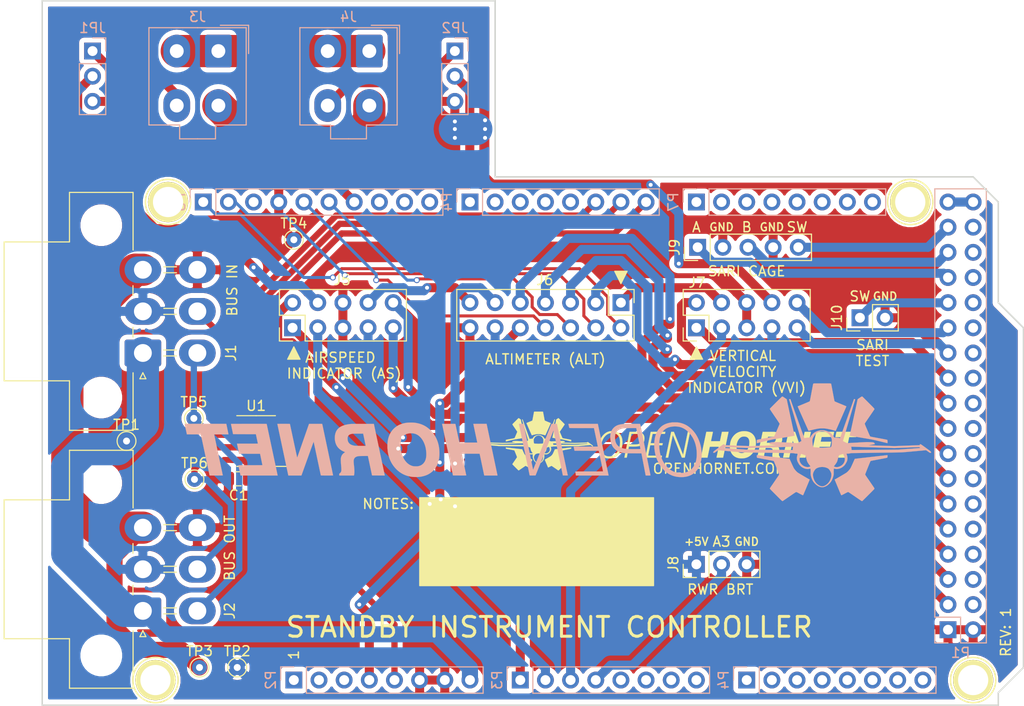
<source format=kicad_pcb>
(kicad_pcb (version 20171130) (host pcbnew "(5.1.9)-1")
  (title_block (date "mar. 31 mars 2015"))
  (layers (0 F.Cu signal) (31 B.Cu signal) (34 B.Paste user) (35 F.Paste user) (36 B.SilkS user) (37 F.SilkS user) (38 B.Mask user) (39 F.Mask user) (44 Edge.Cuts user))
  (net 0 "")
  (net 1 GND)
  (net 2 +5V)
  (net 3 +3V3)
  (net 4 +5VD)
  (net 5 /+12V_SUPPLY)
  (net 6 /+5V_SUPPLY)
  (net 7 /+3.3V_SUPPLY)
  (net 8 "/52(SCK)")
  (net 9 "/53(SS)")
  (net 10 "/50(MISO)")
  (net 11 "/51(MOSI)")
  (net 12 /48)
  (net 13 /49)
  (net 14 /46)
  (net 15 /47)
  (net 16 /44)
  (net 17 /45)
  (net 18 /42)
  (net 19 /43)
  (net 20 /40)
  (net 21 /41)
  (net 22 /38)
  (net 23 /39)
  (net 24 /36)
  (net 25 /37)
  (net 26 /34)
  (net 27 /35)
  (net 28 /32)
  (net 29 /33)
  (net 30 /30)
  (net 31 /31)
  (net 32 /28)
  (net 33 /29)
  (net 34 /26)
  (net 35 /27)
  (net 36 /24)
  (net 37 /25)
  (net 38 /22)
  (net 39 /23)
  (net 40 /Reset)
  (net 41 /IOREF)
  (net 42 "Net-(P2-Pad1)")
  (net 43 /A0)
  (net 44 /A1)
  (net 45 /A2)
  (net 46 /A3)
  (net 47 /A4)
  (net 48 /A5)
  (net 49 /A6)
  (net 50 /A7)
  (net 51 /A8)
  (net 52 /A9)
  (net 53 /A10)
  (net 54 /A11)
  (net 55 /A12)
  (net 56 /A13)
  (net 57 /A14)
  (net 58 /A15)
  (net 59 /SCL)
  (net 60 /SDA)
  (net 61 /AREF)
  (net 62 "/13(**)")
  (net 63 "/12(**)")
  (net 64 "/11(**)")
  (net 65 "/10(**)")
  (net 66 "/9(**)")
  (net 67 "/8(**)")
  (net 68 "/7(**)")
  (net 69 "/6(**)")
  (net 70 "/5(**)")
  (net 71 "/4(**)")
  (net 72 "/3(**)")
  (net 73 "/2(**)")
  (net 74 "/1(Tx0)")
  (net 75 "/0(Rx0)")
  (net 76 "/14(Tx3)")
  (net 77 "/15(Rx3)")
  (net 78 "/16(Tx2)")
  (net 79 "/17(Rx2)")
  (net 80 "/18(Tx1)")
  (net 81 "/19(Rx1)")
  (net 82 "/20(SDA)")
  (net 83 "/21(SCL)")
  (net 84 /BUS-A)
  (net 85 /BUS-B)
  (net 86 /LED_DOUT1)
  (net 87 /LED_DIN)
  (net 88 /LED_DOUT2)
  (net 89 /LED_DOUT)
  (net 90 /DATAIN)
  (net 91 /DATAOUT)
  (net 92 /LEDGND)
  (net 93 /LED+5V)
  (module Connector_PinHeader_2.54mm:PinHeader_1x03_P2.54mm_Vertical (layer B.Cu) (at 147.574 55.626 180)
    (fp_text reference JP2 (at 0 2.33) (layer B.SilkS) (effects (justify mirror)))
    (fp_text value BL_DOUT_SEL)
    (pad 3 thru_hole oval (at 0 -5.08 180) (size 1.7 1.7) (drill 1) (layers *.Cu *.Mask) (net 1 GND))
    (pad 2 thru_hole oval (at 0 -2.54 180) (size 1.7 1.7) (drill 1) (layers *.Cu *.Mask) (net 89 /LED_DOUT))
    (pad 1 thru_hole rect (at 0 0 180) (size 1.7 1.7) (drill 1) (layers *.Cu *.Mask) (net 91 /DATAOUT))
  )
  (module Connector_PinHeader_2.54mm:PinHeader_1x03_P2.54mm_Vertical (layer B.Cu) (at 110.998 55.626 180)
    (fp_text reference JP1 (at 0 2.33) (layer B.SilkS) (effects (justify mirror)))
    (fp_text value BL_DIN_SEL)
    (pad 3 thru_hole oval (at 0 -5.08 180) (size 1.7 1.7) (drill 1) (layers *.Cu *.Mask) (net 64 "/11(**)"))
    (pad 2 thru_hole oval (at 0 -2.54 180) (size 1.7 1.7) (drill 1) (layers *.Cu *.Mask) (net 87 /LED_DIN))
    (pad 1 thru_hole rect (at 0 0 180) (size 1.7 1.7) (drill 1) (layers *.Cu *.Mask) (net 90 /DATAIN))
  )
  (module Connector_PinHeader_2.54mm:PinHeader_1x02_P2.54mm_Vertical (layer F.Cu) (at 188.468 82.55 90)
    (fp_text reference J10 (at 0 -2.33 270) (layer F.SilkS))
    (fp_text value SARI_TEST)
    (pad 2 thru_hole oval (at 0 2.54 90) (size 1.7 1.7) (drill 1) (layers *.Cu *.Mask) (net 1 GND))
    (pad 1 thru_hole rect (at 0 0 90) (size 1.7 1.7) (drill 1) (layers *.Cu *.Mask) (net 32 /28))
  )
  (module Connector_PinHeader_2.54mm:PinHeader_1x05_P2.54mm_Vertical (layer F.Cu) (at 172.085 75.438 90)
    (fp_text reference J9 (at 0 -2.33 90) (layer F.SilkS))
    (fp_text value SARI_CAGE)
    (pad 5 thru_hole oval (at 0 10.16 90) (size 1.7 1.7) (drill 1) (layers *.Cu *.Mask) (net 38 /22))
    (pad 4 thru_hole oval (at 0 7.62 90) (size 1.7 1.7) (drill 1) (layers *.Cu *.Mask) (net 1 GND))
    (pad 3 thru_hole oval (at 0 5.08 90) (size 1.7 1.7) (drill 1) (layers *.Cu *.Mask) (net 36 /24))
    (pad 2 thru_hole oval (at 0 2.54 90) (size 1.7 1.7) (drill 1) (layers *.Cu *.Mask) (net 1 GND))
    (pad 1 thru_hole rect (at 0 0 90) (size 1.7 1.7) (drill 1) (layers *.Cu *.Mask) (net 34 /26))
  )
  (module Connector_PinHeader_2.54mm:PinHeader_1x03_P2.54mm_Vertical (layer F.Cu) (at 171.958 107.442 90)
    (fp_text reference J8 (at 0 -2.33 90) (layer F.SilkS))
    (fp_text value RWR_BRT)
    (pad 3 thru_hole oval (at 0 5.08 90) (size 1.7 1.7) (drill 1) (layers *.Cu *.Mask) (net 1 GND))
    (pad 2 thru_hole oval (at 0 2.54 90) (size 1.7 1.7) (drill 1) (layers *.Cu *.Mask) (net 46 /A3))
    (pad 1 thru_hole rect (at 0 0 90) (size 1.7 1.7) (drill 1) (layers *.Cu *.Mask) (net 6 /+5V_SUPPLY))
  )
  (module Connector_PinHeader_2.54mm:PinHeader_2x05_P2.54mm_Vertical (layer F.Cu) (at 171.958 83.566 90)
    (fp_text reference J7 (at 4.572 1.016 180) (layer F.SilkS) (effects (justify right)))
    (fp_text value VVI)
    (pad 10 thru_hole oval (at 2.54 10.16 90) (size 1.7 1.7) (drill 1) (layers *.Cu *.Mask) (net 30 /30))
    (pad 9 thru_hole oval (at 0 10.16 90) (size 1.7 1.7) (drill 1) (layers *.Cu *.Mask) (net 28 /32))
    (pad 8 thru_hole oval (at 2.54 7.62 90) (size 1.7 1.7) (drill 1) (layers *.Cu *.Mask) (net 89 /LED_DOUT))
    (pad 7 thru_hole oval (at 0 7.62 90) (size 1.7 1.7) (drill 1) (layers *.Cu *.Mask) (net 6 /+5V_SUPPLY))
    (pad 6 thru_hole oval (at 2.54 5.08 90) (size 1.7 1.7) (drill 1) (layers *.Cu *.Mask) (net 1 GND))
    (pad 5 thru_hole oval (at 0 5.08 90) (size 1.7 1.7) (drill 1) (layers *.Cu *.Mask) (net 1 GND))
    (pad 4 thru_hole oval (at 2.54 2.54 90) (size 1.7 1.7) (drill 1) (layers *.Cu *.Mask) (net 88 /LED_DOUT2))
    (pad 3 thru_hole oval (at 0 2.54 90) (size 1.7 1.7) (drill 1) (layers *.Cu *.Mask) (net 45 /A2))
    (pad 2 thru_hole oval (at 2.54 0 90) (size 1.7 1.7) (drill 1) (layers *.Cu *.Mask) (net 24 /36))
    (pad 1 thru_hole rect (at 0 0 90) (size 1.7 1.7) (drill 1) (layers *.Cu *.Mask) (net 26 /34))
  )
  (module Connector_PinHeader_2.54mm:PinHeader_2x07_P2.54mm_Vertical (layer F.Cu) (at 164.338 81.026 270)
    (fp_text reference J6 (at -2.286 8.636 180) (layer F.SilkS) (effects (justify left)))
    (fp_text value ALTIMETER)
    (pad 14 thru_hole oval (at 2.54 15.24 270) (size 1.7 1.7) (drill 1) (layers *.Cu *.Mask) (net 1 GND))
    (pad 13 thru_hole oval (at 0 15.24 270) (size 1.7 1.7) (drill 1) (layers *.Cu *.Mask) (net 86 /LED_DOUT1))
    (pad 12 thru_hole oval (at 2.54 12.7 270) (size 1.7 1.7) (drill 1) (layers *.Cu *.Mask) (net 6 /+5V_SUPPLY))
    (pad 11 thru_hole oval (at 0 12.7 270) (size 1.7 1.7) (drill 1) (layers *.Cu *.Mask) (net 44 /A1))
    (pad 10 thru_hole oval (at 2.54 10.16 270) (size 1.7 1.7) (drill 1) (layers *.Cu *.Mask) (net 3 +3V3))
    (pad 9 thru_hole oval (at 0 10.16 270) (size 1.7 1.7) (drill 1) (layers *.Cu *.Mask) (net 16 /44))
    (pad 8 thru_hole oval (at 2.54 7.62 270) (size 1.7 1.7) (drill 1) (layers *.Cu *.Mask) (net 62 "/13(**)"))
    (pad 7 thru_hole oval (at 0 7.62 270) (size 1.7 1.7) (drill 1) (layers *.Cu *.Mask) (net 18 /42))
    (pad 6 thru_hole oval (at 2.54 5.08 270) (size 1.7 1.7) (drill 1) (layers *.Cu *.Mask) (net 63 "/12(**)"))
    (pad 5 thru_hole oval (at 0 5.08 270) (size 1.7 1.7) (drill 1) (layers *.Cu *.Mask) (net 20 /40))
    (pad 4 thru_hole oval (at 2.54 2.54 270) (size 1.7 1.7) (drill 1) (layers *.Cu *.Mask) (net 60 /SDA))
    (pad 3 thru_hole oval (at 0 2.54 270) (size 1.7 1.7) (drill 1) (layers *.Cu *.Mask) (net 22 /38))
    (pad 2 thru_hole oval (at 2.54 0 270) (size 1.7 1.7) (drill 1) (layers *.Cu *.Mask) (net 59 /SCL))
    (pad 1 thru_hole rect (at 0 0 270) (size 1.7 1.7) (drill 1) (layers *.Cu *.Mask) (net 88 /LED_DOUT2))
  )
  (module Connector_PinHeader_2.54mm:PinHeader_2x05_P2.54mm_Vertical (layer F.Cu) (at 131.191 83.566 90)
    (fp_text reference J5 (at 4.826 5.969 180) (layer F.SilkS) (effects (justify right)))
    (fp_text value AIRSPEED)
    (pad 10 thru_hole oval (at 2.54 10.16 90) (size 1.7 1.7) (drill 1) (layers *.Cu *.Mask) (net 14 /46))
    (pad 9 thru_hole oval (at 0 10.16 90) (size 1.7 1.7) (drill 1) (layers *.Cu *.Mask) (net 12 /48))
    (pad 8 thru_hole oval (at 2.54 7.62 90) (size 1.7 1.7) (drill 1) (layers *.Cu *.Mask) (net 86 /LED_DOUT1))
    (pad 7 thru_hole oval (at 0 7.62 90) (size 1.7 1.7) (drill 1) (layers *.Cu *.Mask) (net 6 /+5V_SUPPLY))
    (pad 6 thru_hole oval (at 2.54 5.08 90) (size 1.7 1.7) (drill 1) (layers *.Cu *.Mask) (net 1 GND))
    (pad 5 thru_hole oval (at 0 5.08 90) (size 1.7 1.7) (drill 1) (layers *.Cu *.Mask) (net 1 GND))
    (pad 4 thru_hole oval (at 2.54 2.54 90) (size 1.7 1.7) (drill 1) (layers *.Cu *.Mask) (net 87 /LED_DIN))
    (pad 3 thru_hole oval (at 0 2.54 90) (size 1.7 1.7) (drill 1) (layers *.Cu *.Mask) (net 43 /A0))
    (pad 2 thru_hole oval (at 2.54 0 90) (size 1.7 1.7) (drill 1) (layers *.Cu *.Mask) (net 8 "/52(SCK)"))
    (pad 1 thru_hole rect (at 0 0 90) (size 1.7 1.7) (drill 1) (layers *.Cu *.Mask) (net 10 "/50(MISO)"))
  )
  (module Connector_Molex:Molex_Mini-Fit_Jr_5566-04A_2x02_P4.20mm_Vertical (layer B.Cu) (at 138.938 55.626 180)
    (fp_text reference J4 (at 2.1 3.45) (layer B.SilkS) (effects (justify mirror)))
    (fp_text value "BL OUT")
    (pad 4 thru_hole oval (at 4.2 -5.5 180) (size 2.7 3.3) (drill 1.4) (layers *.Cu *.Mask) (net 91 /DATAOUT))
    (pad 3 thru_hole oval (at 0 -5.5 180) (size 2.7 3.3) (drill 1.4) (layers *.Cu *.Mask) (net 92 /LEDGND))
    (pad 2 thru_hole oval (at 4.2 0 180) (size 2.7 3.3) (drill 1.4) (layers *.Cu *.Mask) (net 93 /LED+5V))
    (pad 1 thru_hole roundrect (at 0 0 180) (size 2.7 3.3) (drill 1.4) (layers *.Cu *.Mask) (roundrect_rratio 0.09259296296296296) (net 93 /LED+5V))
  )
  (module Connector_Molex:Molex_Mini-Fit_Jr_5566-04A_2x02_P4.20mm_Vertical (layer B.Cu) (at 123.698 55.626 180)
    (fp_text reference J3 (at 2.1 3.45) (layer B.SilkS) (effects (justify mirror)))
    (fp_text value "BL IN")
    (pad 4 thru_hole oval (at 4.2 -5.5 180) (size 2.7 3.3) (drill 1.4) (layers *.Cu *.Mask) (net 90 /DATAIN))
    (pad 3 thru_hole oval (at 0 -5.5 180) (size 2.7 3.3) (drill 1.4) (layers *.Cu *.Mask) (net 92 /LEDGND))
    (pad 2 thru_hole oval (at 4.2 0 180) (size 2.7 3.3) (drill 1.4) (layers *.Cu *.Mask) (net 93 /LED+5V))
    (pad 1 thru_hole roundrect (at 0 0 180) (size 2.7 3.3) (drill 1.4) (layers *.Cu *.Mask) (roundrect_rratio 0.09259296296296296) (net 93 /LED+5V))
  )
  (module Connector_PinHeader_2.54mm:PinHeader_2x18_P2.54mm_Vertical (layer B.Cu) (at 197.358 114.046)
    (fp_text reference P1 (at 1.27 2.33) (layer B.SilkS) (effects (justify mirror)))
    (fp_text value Digital)
    (pad 1 thru_hole rect (at 0 0) (size 1.7 1.7) (drill 1) (layers *.Cu *.Mask) (net 1 GND))
    (pad 2 thru_hole oval (at 2.54 0) (size 1.7 1.7) (drill 1) (layers *.Cu *.Mask) (net 1 GND))
    (pad 3 thru_hole oval (at 0 -2.54) (size 1.7 1.7) (drill 1) (layers *.Cu *.Mask) (net 8 "/52(SCK)"))
    (pad 4 thru_hole oval (at 2.54 -2.54) (size 1.7 1.7) (drill 1) (layers *.Cu *.Mask) (net 9 "/53(SS)"))
    (pad 5 thru_hole oval (at 0 -5.08) (size 1.7 1.7) (drill 1) (layers *.Cu *.Mask) (net 10 "/50(MISO)"))
    (pad 6 thru_hole oval (at 2.54 -5.08) (size 1.7 1.7) (drill 1) (layers *.Cu *.Mask) (net 11 "/51(MOSI)"))
    (pad 7 thru_hole oval (at 0 -7.62) (size 1.7 1.7) (drill 1) (layers *.Cu *.Mask) (net 12 /48))
    (pad 8 thru_hole oval (at 2.54 -7.62) (size 1.7 1.7) (drill 1) (layers *.Cu *.Mask) (net 13 /49))
    (pad 9 thru_hole oval (at 0 -10.16) (size 1.7 1.7) (drill 1) (layers *.Cu *.Mask) (net 14 /46))
    (pad 10 thru_hole oval (at 2.54 -10.16) (size 1.7 1.7) (drill 1) (layers *.Cu *.Mask) (net 15 /47))
    (pad 11 thru_hole oval (at 0 -12.7) (size 1.7 1.7) (drill 1) (layers *.Cu *.Mask) (net 16 /44))
    (pad 12 thru_hole oval (at 2.54 -12.7) (size 1.7 1.7) (drill 1) (layers *.Cu *.Mask) (net 17 /45))
    (pad 13 thru_hole oval (at 0 -15.24) (size 1.7 1.7) (drill 1) (layers *.Cu *.Mask) (net 18 /42))
    (pad 14 thru_hole oval (at 2.54 -15.24) (size 1.7 1.7) (drill 1) (layers *.Cu *.Mask) (net 19 /43))
    (pad 15 thru_hole oval (at 0 -17.78) (size 1.7 1.7) (drill 1) (layers *.Cu *.Mask) (net 20 /40))
    (pad 16 thru_hole oval (at 2.54 -17.78) (size 1.7 1.7) (drill 1) (layers *.Cu *.Mask) (net 21 /41))
    (pad 17 thru_hole oval (at 0 -20.32) (size 1.7 1.7) (drill 1) (layers *.Cu *.Mask) (net 22 /38))
    (pad 18 thru_hole oval (at 2.54 -20.32) (size 1.7 1.7) (drill 1) (layers *.Cu *.Mask) (net 23 /39))
    (pad 19 thru_hole oval (at 0 -22.86) (size 1.7 1.7) (drill 1) (layers *.Cu *.Mask) (net 24 /36))
    (pad 20 thru_hole oval (at 2.54 -22.86) (size 1.7 1.7) (drill 1) (layers *.Cu *.Mask) (net 25 /37))
    (pad 21 thru_hole oval (at 0 -25.4) (size 1.7 1.7) (drill 1) (layers *.Cu *.Mask) (net 26 /34))
    (pad 22 thru_hole oval (at 2.54 -25.4) (size 1.7 1.7) (drill 1) (layers *.Cu *.Mask) (net 27 /35))
    (pad 23 thru_hole oval (at 0 -27.94) (size 1.7 1.7) (drill 1) (layers *.Cu *.Mask) (net 28 /32))
    (pad 24 thru_hole oval (at 2.54 -27.94) (size 1.7 1.7) (drill 1) (layers *.Cu *.Mask) (net 29 /33))
    (pad 25 thru_hole oval (at 0 -30.48) (size 1.7 1.7) (drill 1) (layers *.Cu *.Mask) (net 30 /30))
    (pad 26 thru_hole oval (at 2.54 -30.48) (size 1.7 1.7) (drill 1) (layers *.Cu *.Mask) (net 31 /31))
    (pad 27 thru_hole oval (at 0 -33.02) (size 1.7 1.7) (drill 1) (layers *.Cu *.Mask) (net 32 /28))
    (pad 28 thru_hole oval (at 2.54 -33.02) (size 1.7 1.7) (drill 1) (layers *.Cu *.Mask) (net 33 /29))
    (pad 29 thru_hole oval (at 0 -35.56) (size 1.7 1.7) (drill 1) (layers *.Cu *.Mask) (net 34 /26))
    (pad 30 thru_hole oval (at 2.54 -35.56) (size 1.7 1.7) (drill 1) (layers *.Cu *.Mask) (net 35 /27))
    (pad 31 thru_hole oval (at 0 -38.1) (size 1.7 1.7) (drill 1) (layers *.Cu *.Mask) (net 36 /24))
    (pad 32 thru_hole oval (at 2.54 -38.1) (size 1.7 1.7) (drill 1) (layers *.Cu *.Mask) (net 37 /25))
    (pad 33 thru_hole oval (at 0 -40.64) (size 1.7 1.7) (drill 1) (layers *.Cu *.Mask) (net 38 /22))
    (pad 34 thru_hole oval (at 2.54 -40.64) (size 1.7 1.7) (drill 1) (layers *.Cu *.Mask) (net 39 /23))
    (pad 35 thru_hole oval (at 0 -43.18) (size 1.7 1.7) (drill 1) (layers *.Cu *.Mask) (net 4 +5VD))
    (pad 36 thru_hole oval (at 2.54 -43.18) (size 1.7 1.7) (drill 1) (layers *.Cu *.Mask) (net 4 +5VD))
  )
  (module Connector_PinHeader_2.54mm:PinHeader_1x10_P2.54mm_Vertical (layer B.Cu) (at 122.174 70.866 270)
    (fp_text reference P5 (at 0 2.33 270) (layer B.SilkS) (effects (justify mirror)))
    (fp_text value PWM)
    (pad 1 thru_hole rect (at 0 0 270) (size 1.7 1.7) (drill 1) (layers *.Cu *.Mask) (net 59 /SCL))
    (pad 2 thru_hole oval (at 0 -2.54 270) (size 1.7 1.7) (drill 1) (layers *.Cu *.Mask) (net 60 /SDA))
    (pad 3 thru_hole oval (at 0 -5.08 270) (size 1.7 1.7) (drill 1) (layers *.Cu *.Mask) (net 61 /AREF))
    (pad 4 thru_hole oval (at 0 -7.62 270) (size 1.7 1.7) (drill 1) (layers *.Cu *.Mask) (net 1 GND))
    (pad 5 thru_hole oval (at 0 -10.16 270) (size 1.7 1.7) (drill 1) (layers *.Cu *.Mask) (net 62 "/13(**)"))
    (pad 6 thru_hole oval (at 0 -12.7 270) (size 1.7 1.7) (drill 1) (layers *.Cu *.Mask) (net 63 "/12(**)"))
    (pad 7 thru_hole oval (at 0 -15.24 270) (size 1.7 1.7) (drill 1) (layers *.Cu *.Mask) (net 64 "/11(**)"))
    (pad 8 thru_hole oval (at 0 -17.78 270) (size 1.7 1.7) (drill 1) (layers *.Cu *.Mask) (net 65 "/10(**)"))
    (pad 9 thru_hole oval (at 0 -20.32 270) (size 1.7 1.7) (drill 1) (layers *.Cu *.Mask) (net 66 "/9(**)"))
    (pad 10 thru_hole oval (at 0 -22.86 270) (size 1.7 1.7) (drill 1) (layers *.Cu *.Mask) (net 67 "/8(**)"))
  )
  (module Connector_PinHeader_2.54mm:PinHeader_1x08_P2.54mm_Vertical (layer B.Cu) (at 171.958 70.866 270)
    (fp_text reference P7 (at 0 2.33 270) (layer B.SilkS) (effects (justify mirror)))
    (fp_text value Communication)
    (pad 8 thru_hole oval (at 0 -17.78 270) (size 1.7 1.7) (drill 1) (layers *.Cu *.Mask) (net 83 "/21(SCL)"))
    (pad 7 thru_hole oval (at 0 -15.24 270) (size 1.7 1.7) (drill 1) (layers *.Cu *.Mask) (net 82 "/20(SDA)"))
    (pad 6 thru_hole oval (at 0 -12.7 270) (size 1.7 1.7) (drill 1) (layers *.Cu *.Mask) (net 81 "/19(Rx1)"))
    (pad 5 thru_hole oval (at 0 -10.16 270) (size 1.7 1.7) (drill 1) (layers *.Cu *.Mask) (net 80 "/18(Tx1)"))
    (pad 4 thru_hole oval (at 0 -7.62 270) (size 1.7 1.7) (drill 1) (layers *.Cu *.Mask) (net 79 "/17(Rx2)"))
    (pad 3 thru_hole oval (at 0 -5.08 270) (size 1.7 1.7) (drill 1) (layers *.Cu *.Mask) (net 78 "/16(Tx2)"))
    (pad 2 thru_hole oval (at 0 -2.54 270) (size 1.7 1.7) (drill 1) (layers *.Cu *.Mask) (net 77 "/15(Rx3)"))
    (pad 1 thru_hole rect (at 0 0 270) (size 1.7 1.7) (drill 1) (layers *.Cu *.Mask) (net 76 "/14(Tx3)"))
  )
  (module KiCAD_Libraries:OH_LOGO_75.4mm_11.9mm (layer B.Cu) (at 157.988 95.123 180)
    (fp_text reference G*** hide)
    (fp_text value LOGO hide)
  )
  (module KiCAD_Libraries:OH_LOGO_37.7mm_5.9mm (layer F.Cu) (at 169.3545 94.996)
    (fp_text reference G*** hide)
    (fp_text value LOGO hide)
  )
  (module Connector_Molex:Molex_Mini-Fit_Jr_5569-06A1_2x03_P4.20mm_Horizontal (layer F.Cu) (at 116.078 86.106 90)
    (fp_text reference J1 (at 0 8.89 90) (layer F.SilkS))
    (fp_text value "BUS IN" (at 6.35 9.017 90) (layer F.SilkS))
    (pad 1 thru_hole roundrect (at 0 0 90) (size 2.7 3.7) (drill 1.8) (layers *.Cu *.Mask) (roundrect_rratio 0.09259296296296296) (net 5 /+12V_SUPPLY))
    (pad 2 thru_hole oval (at 4.2 0 90) (size 2.7 3.7) (drill 1.8) (layers *.Cu *.Mask) (net 6 /+5V_SUPPLY))
    (pad 3 thru_hole oval (at 8.4 0 90) (size 2.7 3.7) (drill 1.8) (layers *.Cu *.Mask) (net 7 /+3.3V_SUPPLY))
    (pad 4 thru_hole oval (at 0 5.5 90) (size 2.7 3.7) (drill 1.8) (layers *.Cu *.Mask) (net 84 /BUS-A))
    (pad 5 thru_hole oval (at 4.2 5.5 90) (size 2.7 3.7) (drill 1.8) (layers *.Cu *.Mask) (net 85 /BUS-B))
    (pad 6 thru_hole oval (at 8.4 5.5 90) (size 2.7 3.7) (drill 1.8) (layers *.Cu *.Mask) (net 1 GND))
    (pad "" np_thru_hole circle (at -4.5 -4.2 90) (size 3.2 3.2) (drill 3.2) (layers *.Cu *.Mask))
    (pad "" np_thru_hole circle (at 12.9 -4.2 90) (size 3.2 3.2) (drill 3.2) (layers *.Cu *.Mask))
  )
  (module Socket_Arduino_Mega:Arduino_1pin (layer F.Cu) (at 117.348 119.126)
    (fp_text reference MK1 hide)
    (fp_text value MH hide)
    (pad 1 thru_hole circle (at 0 0) (size 4.064 4.064) (drill 3.048) (layers *.Cu *.Mask F.SilkS))
  )
  (module Socket_Arduino_Mega:Arduino_1pin (layer F.Cu) (at 199.898 119.126)
    (fp_text reference MK3 hide)
    (fp_text value MH hide)
    (pad 1 thru_hole circle (at 0 0) (size 4.064 4.064) (drill 3.048) (layers *.Cu *.Mask F.SilkS))
  )
  (module Socket_Arduino_Mega:Arduino_1pin (layer F.Cu) (at 118.618 70.866)
    (fp_text reference MK4 hide)
    (fp_text value MH hide)
    (pad 1 thru_hole circle (at 0 0) (size 4.064 4.064) (drill 3.048) (layers *.Cu *.Mask F.SilkS))
  )
  (module Socket_Arduino_Mega:Arduino_1pin (layer F.Cu) (at 193.548 70.866)
    (fp_text reference MK4 hide)
    (fp_text value MH hide)
    (pad 1 thru_hole circle (at 0 0) (size 4.064 4.064) (drill 3.048) (layers *.Cu *.Mask F.SilkS))
  )
  (module Connector_PinHeader_2.54mm:PinHeader_1x08_P2.54mm_Vertical (layer B.Cu) (at 131.318 119.126 270)
    (fp_text reference P2 (at 0 2.33 270) (layer B.SilkS) (effects (justify mirror)))
    (fp_text value Power)
    (pad 1 thru_hole rect (at 0 0 270) (size 1.7 1.7) (drill 1) (layers *.Cu *.Mask) (net 42 "Net-(P2-Pad1)"))
    (pad 2 thru_hole oval (at 0 -2.54 270) (size 1.7 1.7) (drill 1) (layers *.Cu *.Mask) (net 41 /IOREF))
    (pad 3 thru_hole oval (at 0 -5.08 270) (size 1.7 1.7) (drill 1) (layers *.Cu *.Mask) (net 40 /Reset))
    (pad 4 thru_hole oval (at 0 -7.62 270) (size 1.7 1.7) (drill 1) (layers *.Cu *.Mask) (net 3 +3V3))
    (pad 5 thru_hole oval (at 0 -10.16 270) (size 1.7 1.7) (drill 1) (layers *.Cu *.Mask) (net 2 +5V))
    (pad 6 thru_hole oval (at 0 -12.7 270) (size 1.7 1.7) (drill 1) (layers *.Cu *.Mask) (net 1 GND))
    (pad 7 thru_hole oval (at 0 -15.24 270) (size 1.7 1.7) (drill 1) (layers *.Cu *.Mask) (net 1 GND))
    (pad 8 thru_hole oval (at 0 -17.78 270) (size 1.7 1.7) (drill 1) (layers *.Cu *.Mask) (net 5 /+12V_SUPPLY))
  )
  (module Connector_PinHeader_2.54mm:PinHeader_1x08_P2.54mm_Vertical (layer B.Cu) (at 154.178 119.126 270)
    (fp_text reference P3 (at 0 2.33 270) (layer B.SilkS) (effects (justify mirror)))
    (fp_text value Analog)
    (pad 1 thru_hole rect (at 0 0 270) (size 1.7 1.7) (drill 1) (layers *.Cu *.Mask) (net 43 /A0))
    (pad 2 thru_hole oval (at 0 -2.54 270) (size 1.7 1.7) (drill 1) (layers *.Cu *.Mask) (net 44 /A1))
    (pad 3 thru_hole oval (at 0 -5.08 270) (size 1.7 1.7) (drill 1) (layers *.Cu *.Mask) (net 45 /A2))
    (pad 4 thru_hole oval (at 0 -7.62 270) (size 1.7 1.7) (drill 1) (layers *.Cu *.Mask) (net 46 /A3))
    (pad 5 thru_hole oval (at 0 -10.16 270) (size 1.7 1.7) (drill 1) (layers *.Cu *.Mask) (net 47 /A4))
    (pad 6 thru_hole oval (at 0 -12.7 270) (size 1.7 1.7) (drill 1) (layers *.Cu *.Mask) (net 48 /A5))
    (pad 7 thru_hole oval (at 0 -15.24 270) (size 1.7 1.7) (drill 1) (layers *.Cu *.Mask) (net 49 /A6))
    (pad 8 thru_hole oval (at 0 -17.78 270) (size 1.7 1.7) (drill 1) (layers *.Cu *.Mask) (net 50 /A7))
  )
  (module Connector_PinHeader_2.54mm:PinHeader_1x08_P2.54mm_Vertical (layer B.Cu) (at 177.038 119.126 270)
    (fp_text reference P4 (at 0 2.33 270) (layer B.SilkS) (effects (justify mirror)))
    (fp_text value Analog)
    (pad 1 thru_hole rect (at 0 0 270) (size 1.7 1.7) (drill 1) (layers *.Cu *.Mask) (net 51 /A8))
    (pad 2 thru_hole oval (at 0 -2.54 270) (size 1.7 1.7) (drill 1) (layers *.Cu *.Mask) (net 52 /A9))
    (pad 3 thru_hole oval (at 0 -5.08 270) (size 1.7 1.7) (drill 1) (layers *.Cu *.Mask) (net 53 /A10))
    (pad 4 thru_hole oval (at 0 -7.62 270) (size 1.7 1.7) (drill 1) (layers *.Cu *.Mask) (net 54 /A11))
    (pad 5 thru_hole oval (at 0 -10.16 270) (size 1.7 1.7) (drill 1) (layers *.Cu *.Mask) (net 55 /A12))
    (pad 6 thru_hole oval (at 0 -12.7 270) (size 1.7 1.7) (drill 1) (layers *.Cu *.Mask) (net 56 /A13))
    (pad 7 thru_hole oval (at 0 -15.24 270) (size 1.7 1.7) (drill 1) (layers *.Cu *.Mask) (net 57 /A14))
    (pad 8 thru_hole oval (at 0 -17.78 270) (size 1.7 1.7) (drill 1) (layers *.Cu *.Mask) (net 58 /A15))
  )
  (module Connector_PinHeader_2.54mm:PinHeader_1x08_P2.54mm_Vertical (layer B.Cu) (at 149.098 70.866 270)
    (fp_text reference P4 (at 0 2.33 270) (layer B.SilkS) (effects (justify mirror)))
    (fp_text value PWM)
    (pad 8 thru_hole oval (at 0 -17.78 270) (size 1.7 1.7) (drill 1) (layers *.Cu *.Mask) (net 75 "/0(Rx0)"))
    (pad 7 thru_hole oval (at 0 -15.24 270) (size 1.7 1.7) (drill 1) (layers *.Cu *.Mask) (net 74 "/1(Tx0)"))
    (pad 6 thru_hole oval (at 0 -12.7 270) (size 1.7 1.7) (drill 1) (layers *.Cu *.Mask) (net 73 "/2(**)"))
    (pad 5 thru_hole oval (at 0 -10.16 270) (size 1.7 1.7) (drill 1) (layers *.Cu *.Mask) (net 72 "/3(**)"))
    (pad 4 thru_hole oval (at 0 -7.62 270) (size 1.7 1.7) (drill 1) (layers *.Cu *.Mask) (net 71 "/4(**)"))
    (pad 3 thru_hole oval (at 0 -5.08 270) (size 1.7 1.7) (drill 1) (layers *.Cu *.Mask) (net 70 "/5(**)"))
    (pad 2 thru_hole oval (at 0 -2.54 270) (size 1.7 1.7) (drill 1) (layers *.Cu *.Mask) (net 69 "/6(**)"))
    (pad 1 thru_hole rect (at 0 0 270) (size 1.7 1.7) (drill 1) (layers *.Cu *.Mask) (net 68 "/7(**)"))
  )
  (module Capacitor_SMD:C_0805_2012Metric_Pad1.15x1.40mm_HandSolder (layer F.Cu) (at 125.73 98.806 180)
    (fp_text reference C1 (at 0 -1.65) (layer F.SilkS))
    (fp_text value 0.1uF)
    (pad 1 smd roundrect (at -1.025 0 180) (size 1.15 1.4) (layers F.Cu F.Paste F.Mask) (roundrect_rratio 0.2173904347826087) (net 2 +5V))
    (pad 2 smd roundrect (at 1.025 0 180) (size 1.15 1.4) (layers F.Cu F.Paste F.Mask) (roundrect_rratio 0.2173904347826087) (net 1 GND))
  )
  (module Connector_Molex:Molex_Mini-Fit_Jr_5569-06A1_2x03_P4.20mm_Horizontal (layer F.Cu) (at 116.078 112.141 90)
    (fp_text reference J2 (at 0 8.763 90) (layer F.SilkS))
    (fp_text value "BUS OUT" (at 6.35 8.763 90) (layer F.SilkS))
    (pad "" np_thru_hole circle (at 12.9 -4.2 90) (size 3.2 3.2) (drill 3.2) (layers *.Cu *.Mask))
    (pad "" np_thru_hole circle (at -4.5 -4.2 90) (size 3.2 3.2) (drill 3.2) (layers *.Cu *.Mask))
    (pad 6 thru_hole oval (at 8.4 5.5 90) (size 2.7 3.7) (drill 1.8) (layers *.Cu *.Mask) (net 1 GND))
    (pad 5 thru_hole oval (at 4.2 5.5 90) (size 2.7 3.7) (drill 1.8) (layers *.Cu *.Mask) (net 85 /BUS-B))
    (pad 4 thru_hole oval (at 0 5.5 90) (size 2.7 3.7) (drill 1.8) (layers *.Cu *.Mask) (net 84 /BUS-A))
    (pad 3 thru_hole oval (at 8.4 0 90) (size 2.7 3.7) (drill 1.8) (layers *.Cu *.Mask) (net 7 /+3.3V_SUPPLY))
    (pad 2 thru_hole oval (at 4.2 0 90) (size 2.7 3.7) (drill 1.8) (layers *.Cu *.Mask) (net 6 /+5V_SUPPLY))
    (pad 1 thru_hole roundrect (at 0 0 90) (size 2.7 3.7) (drill 1.8) (layers *.Cu *.Mask) (roundrect_rratio 0.09259296296296296) (net 5 /+12V_SUPPLY))
  )
  (module TestPoint:TestPoint_THTPad_D1.5mm_Drill0.7mm (layer F.Cu) (at 114.427 94.996)
    (fp_text reference TP1 (at 0 -1.648) (layer F.SilkS))
    (fp_text value TP-12)
    (pad 1 thru_hole circle (at 0 0) (size 1.5 1.5) (drill 0.7) (layers *.Cu *.Mask) (net 5 /+12V_SUPPLY))
  )
  (module TestPoint:TestPoint_THTPad_D1.5mm_Drill0.7mm (layer F.Cu) (at 125.603 117.856)
    (fp_text reference TP2 (at 0 -1.648) (layer F.SilkS))
    (fp_text value TP-5V)
    (pad 1 thru_hole circle (at 0 0) (size 1.5 1.5) (drill 0.7) (layers *.Cu *.Mask) (net 6 /+5V_SUPPLY))
  )
  (module TestPoint:TestPoint_THTPad_D1.5mm_Drill0.7mm (layer F.Cu) (at 121.793 117.856)
    (fp_text reference TP3 (at 0 -1.648) (layer F.SilkS))
    (fp_text value TP-3.3V)
    (pad 1 thru_hole circle (at 0 0) (size 1.5 1.5) (drill 0.7) (layers *.Cu *.Mask) (net 7 /+3.3V_SUPPLY))
  )
  (module TestPoint:TestPoint_THTPad_D1.5mm_Drill0.7mm (layer F.Cu) (at 131.318 74.676)
    (fp_text reference TP4 (at 0 -1.648) (layer F.SilkS))
    (fp_text value TP-GND)
    (pad 1 thru_hole circle (at 0 0) (size 1.5 1.5) (drill 0.7) (layers *.Cu *.Mask) (net 1 GND))
  )
  (module TestPoint:TestPoint_THTPad_D1.5mm_Drill0.7mm (layer F.Cu) (at 121.2215 92.71)
    (fp_text reference TP5 (at 0 -1.648) (layer F.SilkS))
    (fp_text value TP-A)
    (pad 1 thru_hole circle (at 0 0) (size 1.5 1.5) (drill 0.7) (layers *.Cu *.Mask) (net 84 /BUS-A))
  )
  (module TestPoint:TestPoint_THTPad_D1.5mm_Drill0.7mm (layer F.Cu) (at 121.285 98.8695)
    (fp_text reference TP6 (at 0 -1.648) (layer F.SilkS))
    (fp_text value TP-B)
    (pad 1 thru_hole circle (at 0 0) (size 1.5 1.5) (drill 0.7) (layers *.Cu *.Mask) (net 85 /BUS-B))
  )
  (module Package_SO:SOIC-8_3.9x4.9mm_P1.27mm (layer F.Cu) (at 127.508 94.996 180)
    (fp_text reference U1 (at 0 3.556) (layer F.SilkS))
    (fp_text value MAX487EESA+T)
    (pad 1 smd roundrect (at -2.475 -1.905 180) (size 1.95 0.6) (layers F.Cu F.Paste F.Mask) (net 75 "/0(Rx0)"))
    (pad 2 smd roundrect (at -2.475 -0.635 180) (size 1.95 0.6) (layers F.Cu F.Paste F.Mask) (net 73 "/2(**)"))
    (pad 3 smd roundrect (at -2.475 0.635 180) (size 1.95 0.6) (layers F.Cu F.Paste F.Mask) (net 73 "/2(**)"))
    (pad 4 smd roundrect (at -2.475 1.905 180) (size 1.95 0.6) (layers F.Cu F.Paste F.Mask) (net 74 "/1(Tx0)"))
    (pad 5 smd roundrect (at 2.475 1.905 180) (size 1.95 0.6) (layers F.Cu F.Paste F.Mask) (net 1 GND))
    (pad 6 smd roundrect (at 2.475 0.635 180) (size 1.95 0.6) (layers F.Cu F.Paste F.Mask) (net 84 /BUS-A))
    (pad 7 smd roundrect (at 2.475 -0.635 180) (size 1.95 0.6) (layers F.Cu F.Paste F.Mask) (net 85 /BUS-B))
    (pad 8 smd roundrect (at 2.475 -1.905 180) (size 1.95 0.6) (layers F.Cu F.Paste F.Mask) (net 2 +5V))
  )
  (gr_text GND (at 191.008 80.391) (layer F.SilkS) (effects (font (size 0.8 0.8))))
  (gr_text SW (at 188.468 80.391) (layer F.SilkS) (effects (font (size 1 1))))
  (gr_text "SARI\nTEST" (at 189.738 86.106) (layer F.SilkS) (effects (font (size 1 1))))
  (gr_poly (pts (xy 131.953 86.741) (xy 130.683 86.741) (xy 131.318 85.471)) (layer F.SilkS) (width 0.1))
  (gr_text "AIRSPEED \nINDICATOR (AS)" (at 136.398 87.376) (layer F.SilkS) (effects (font (size 1 1))))
  (gr_text "ALTIMETER (ALT)" (at 156.718 86.741) (layer F.SilkS) (effects (font (size 1 1))))
  (gr_poly (pts (xy 164.338 79.121) (xy 163.703 77.851) (xy 164.973 77.851)) (layer F.SilkS) (width 0.1))
  (gr_poly (pts (xy 172.593 86.741) (xy 171.323 86.741) (xy 171.958 85.471)) (layer F.SilkS) (width 0.1))
  (gr_text "VERTICAL \nVELOCITY \nINDICATOR (VVI)" (at 177.038 88.011) (layer F.SilkS) (effects (font (size 1 1))))
  (gr_text "SARI CAGE" (at 177.038 77.851) (layer F.SilkS) (effects (font (size 1 1))))
  (gr_text SW (at 182.118 73.406) (layer F.SilkS) (effects (font (size 1 1))))
  (gr_text GND (at 179.578 73.406) (layer F.SilkS) (effects (font (size 0.8 0.8))))
  (gr_text B (at 177.038 73.406) (layer F.SilkS) (effects (font (size 1 1))))
  (gr_text GND (at 174.498 73.406) (layer F.SilkS) (effects (font (size 0.8 0.8))))
  (gr_text A (at 171.958 73.406) (layer F.SilkS) (effects (font (size 1 1))))
  (gr_text GND (at 177.038 105.156) (layer F.SilkS) (effects (font (size 0.8 0.8))))
  (gr_text A3 (at 174.498 105.156) (layer F.SilkS) (effects (font (size 1 1))))
  (gr_text +5V (at 171.958 105.156) (layer F.SilkS) (effects (font (size 0.8 0.8))))
  (gr_text "RWR BRT" (at 174.371 109.982) (layer F.SilkS) (effects (font (size 1 1))))
  (gr_line (start 105.918 50.546) (end 105.918 68.326) (layer Edge.Cuts) (width 0.15))
  (gr_line (start 151.638 50.546) (end 105.918 50.546) (layer Edge.Cuts) (width 0.15))
  (gr_line (start 151.638 68.326) (end 151.638 50.546) (layer Edge.Cuts) (width 0.15))
  (gr_line (start 199.898 68.326) (end 151.638 68.326) (layer Edge.Cuts) (width 0.15))
  (gr_text "REV: 1" (at 203.2 114.3 90) (layer F.SilkS) (effects (font (size 1 1))))
  (gr_text NOTES: (at 140.843 101.346) (layer F.SilkS) (effects (font (size 1 1))))
  (gr_poly (pts (xy 144.018 100.711) (xy 167.64 100.711) (xy 167.64 109.601) (xy 144.018 109.601)) (layer F.SilkS) (width 0.1))
  (gr_text "STANDBY INSTRUMENT CONTROLLER" (at 157.099 113.792) (layer F.SilkS) (effects (font (size 2 2) (thickness 0.3))))
  (gr_text OPENHORNET.COM (at 174.3075 97.79) (layer F.SilkS) (effects (font (size 1 1))))
  (gr_line (start 105.918 121.666) (end 202.438 121.666) (layer Edge.Cuts) (width 0.15))
  (gr_line (start 105.918 121.666) (end 105.918 68.326) (layer Edge.Cuts) (width 0.15))
  (gr_text 1 (at 131.318 116.586 90) (layer F.SilkS) (effects (font (size 1 1))))
  (gr_line (start 202.438 120.396) (end 202.438 121.666) (angle 90) (layer Edge.Cuts) (width 0.15))
  (gr_line (start 204.978 117.856) (end 202.438 120.396) (angle 90) (layer Edge.Cuts) (width 0.15))
  (gr_line (start 204.978 83.566) (end 204.978 117.856) (angle 90) (layer Edge.Cuts) (width 0.15))
  (gr_line (start 202.438 81.026) (end 204.978 83.566) (angle 90) (layer Edge.Cuts) (width 0.15))
  (gr_line (start 202.438 70.866) (end 202.438 81.026) (angle 90) (layer Edge.Cuts) (width 0.15))
  (gr_line (start 199.898 68.326) (end 202.438 70.866) (angle 90) (layer Edge.Cuts) (width 0.15))
  (segment (start 177.038 81.026) (end 175.514 79.502) (width 0.9144) (layer F.Cu) (net 1))
  (via (at 150.622 62.611) (size 0.6) (drill 0.4) (layers F.Cu B.Cu) (net 1))
  (via (at 150.622 63.5) (size 0.6) (drill 0.4) (layers F.Cu B.Cu) (net 1))
  (via (at 150.622 64.389) (size 0.6) (drill 0.4) (layers F.Cu B.Cu) (net 1))
  (via (at 147.574 64.389) (size 0.6) (drill 0.4) (layers F.Cu B.Cu) (net 1))
  (via (at 147.574 63.5) (size 0.6) (drill 0.4) (layers F.Cu B.Cu) (net 1))
  (via (at 147.574 62.738) (size 0.6) (drill 0.4) (layers F.Cu B.Cu) (net 1))
  (segment (start 147.574 63.5) (end 149.73739 63.5) (width 3.2512) (layer B.Cu) (net 1))
  (segment (start 141.478 113.529) (end 126.755 98.806) (width 0.635) (layer F.Cu) (net 2))
  (segment (start 141.478 119.126) (end 141.478 113.529) (width 0.635) (layer F.Cu) (net 2))
  (segment (start 126.755 98.806) (end 126.755 97.418) (width 0.635) (layer F.Cu) (net 2))
  (segment (start 126.238 96.901) (end 125.033 96.901) (width 0.635) (layer F.Cu) (net 2))
  (segment (start 126.755 97.418) (end 126.238 96.901) (width 0.635) (layer F.Cu) (net 2))
  (via (at 137.922 111.506) (size 0.6) (drill 0.4) (layers F.Cu B.Cu) (net 3))
  (segment (start 138.938 112.522) (end 137.922 111.506) (width 0.9144) (layer F.Cu) (net 3))
  (segment (start 138.938 119.126) (end 138.938 112.522) (width 0.9144) (layer F.Cu) (net 3))
  (segment (start 146.148408 100.884396) (end 146.148408 100.884396) (width 0.9144) (layer B.Cu) (net 3))
  (segment (start 146.148408 103.279592) (end 146.148408 100.884396) (width 0.9144) (layer B.Cu) (net 3))
  (segment (start 137.922 111.506) (end 146.148408 103.279592) (width 0.9144) (layer B.Cu) (net 3))
  (via (at 146.05 91.186) (size 0.6) (drill 0.4) (layers F.Cu B.Cu) (net 3))
  (segment (start 146.05 100.785988) (end 146.05 97.155) (width 0.9144) (layer F.Cu) (net 3))
  (segment (start 146.558 91.186) (end 154.178 83.566) (width 0.9144) (layer F.Cu) (net 3))
  (segment (start 146.05 91.186) (end 146.558 91.186) (width 0.9144) (layer F.Cu) (net 3))
  (segment (start 146.05 97.155) (end 146.05 91.186) (width 0.9144) (layer B.Cu) (net 3))
  (via (at 146.05 97.155) (size 0.6) (drill 0.4) (layers F.Cu B.Cu) (net 3))
  (segment (start 146.148408 100.884396) (end 146.05 100.785988) (width 0.9144) (layer B.Cu) (net 3))
  (via (at 146.148408 100.884396) (size 0.6) (drill 0.4) (layers F.Cu B.Cu) (net 3))
  (segment (start 197.358 70.866) (end 199.898 70.866) (width 0.9144) (layer B.Cu) (net 4))
  (segment (start 114.228 112.141) (end 116.078 112.141) (width 3.2512) (layer B.Cu) (net 5))
  (segment (start 108.452399 106.365399) (end 114.228 112.141) (width 3.2512) (layer B.Cu) (net 5))
  (segment (start 108.452399 97.596711) (end 108.452399 106.365399) (width 3.2512) (layer B.Cu) (net 5))
  (segment (start 110.233711 95.815399) (end 108.452399 97.596711) (width 3.2512) (layer B.Cu) (net 5))
  (segment (start 113.522289 95.815399) (end 110.233711 95.815399) (width 3.2512) (layer B.Cu) (net 5))
  (segment (start 116.078 93.259688) (end 113.522289 95.815399) (width 3.2512) (layer B.Cu) (net 5))
  (segment (start 116.078 86.106) (end 116.078 93.259688) (width 3.2512) (layer B.Cu) (net 5))
  (segment (start 149.098 117.923919) (end 149.098 119.126) (width 1.6256) (layer B.Cu) (net 5))
  (segment (start 145.677891 114.50381) (end 149.098 117.923919) (width 1.6256) (layer B.Cu) (net 5))
  (segment (start 118.44081 114.50381) (end 145.677891 114.50381) (width 1.6256) (layer B.Cu) (net 5))
  (segment (start 116.078 112.141) (end 118.44081 114.50381) (width 1.6256) (layer B.Cu) (net 5))
  (segment (start 111.30811 103.741) (end 116.078 103.741) (width 3.2512) (layer F.Cu) (net 7))
  (segment (start 108.452399 100.885289) (end 111.30811 103.741) (width 3.2512) (layer F.Cu) (net 7))
  (segment (start 108.452399 84.540611) (end 108.452399 100.885289) (width 3.2512) (layer F.Cu) (net 7))
  (segment (start 115.28701 77.706) (end 108.452399 84.540611) (width 3.2512) (layer F.Cu) (net 7))
  (segment (start 116.078 77.706) (end 115.28701 77.706) (width 3.2512) (layer F.Cu) (net 7))
  (segment (start 120.018199 116.081199) (end 121.793 117.856) (width 1.6256) (layer F.Cu) (net 7))
  (segment (start 115.532317 116.081199) (end 120.018199 116.081199) (width 1.6256) (layer F.Cu) (net 7))
  (segment (start 113.21519 113.764072) (end 115.532317 116.081199) (width 1.6256) (layer F.Cu) (net 7))
  (segment (start 113.21519 106.60381) (end 113.21519 113.764072) (width 1.6256) (layer F.Cu) (net 7))
  (segment (start 116.078 103.741) (end 113.21519 106.60381) (width 1.6256) (layer F.Cu) (net 7))
  (segment (start 182.626 95.758) (end 182.626 96.774) (width 0.9144) (layer F.Cu) (net 8))
  (segment (start 182.626 96.774) (end 197.358 111.506) (width 0.9144) (layer F.Cu) (net 8))
  (segment (start 141.858997 95.757997) (end 141.859 95.758) (width 0.9144) (layer F.Cu) (net 8))
  (segment (start 131.122189 85.073201) (end 135.609994 89.561006) (width 0.9144) (layer F.Cu) (net 8))
  (segment (start 129.815239 85.073201) (end 131.122189 85.073201) (width 0.9144) (layer F.Cu) (net 8))
  (segment (start 129.683799 84.941761) (end 129.815239 85.073201) (width 0.9144) (layer F.Cu) (net 8))
  (segment (start 141.806985 95.757997) (end 141.858997 95.757997) (width 0.9144) (layer F.Cu) (net 8))
  (segment (start 129.683799 82.190239) (end 129.683799 84.941761) (width 0.9144) (layer F.Cu) (net 8))
  (segment (start 130.848038 81.026) (end 129.683799 82.190239) (width 0.9144) (layer F.Cu) (net 8))
  (segment (start 141.859 95.758) (end 141.859 95.758) (width 0.9144) (layer F.Cu) (net 8))
  (segment (start 131.191 81.026) (end 130.848038 81.026) (width 0.9144) (layer F.Cu) (net 8))
  (segment (start 141.859 95.758) (end 182.626 95.758) (width 0.9144) (layer F.Cu) (net 8))
  (via (at 141.859 95.758) (size 0.6) (drill 0.4) (layers F.Cu B.Cu) (net 8))
  (segment (start 135.609994 89.561006) (end 141.806985 95.757997) (width 0.9144) (layer B.Cu) (net 8))
  (via (at 135.609994 89.561006) (size 0.6) (drill 0.4) (layers F.Cu B.Cu) (net 8))
  (segment (start 131.191 83.566) (end 136.271 88.646) (width 0.9144) (layer F.Cu) (net 10))
  (segment (start 142.268589 94.643589) (end 142.338411 94.643589) (width 0.9144) (layer F.Cu) (net 10))
  (segment (start 183.087604 94.643589) (end 197.358 108.913985) (width 0.9144) (layer F.Cu) (net 10))
  (segment (start 197.358 108.913985) (end 197.358 108.966) (width 0.9144) (layer F.Cu) (net 10))
  (segment (start 142.338411 94.643589) (end 183.087604 94.643589) (width 0.9144) (layer F.Cu) (net 10))
  (via (at 142.338411 94.643589) (size 0.6) (drill 0.4) (layers F.Cu B.Cu) (net 10))
  (segment (start 136.271 88.646) (end 142.268589 94.643589) (width 0.9144) (layer B.Cu) (net 10))
  (via (at 136.271 88.646) (size 0.6) (drill 0.4) (layers F.Cu B.Cu) (net 10))
  (segment (start 183.806074 92.874074) (end 197.358 106.426) (width 0.9144) (layer F.Cu) (net 12))
  (segment (start 168.05201 92.874074) (end 183.806074 92.874074) (width 0.9144) (layer F.Cu) (net 12))
  (segment (start 167.887936 92.71) (end 168.05201 92.874074) (width 0.9144) (layer F.Cu) (net 12))
  (segment (start 148.186026 92.71) (end 167.887936 92.71) (width 0.9144) (layer F.Cu) (net 12))
  (segment (start 147.481206 93.41482) (end 148.186026 92.71) (width 0.9144) (layer F.Cu) (net 12))
  (segment (start 141.351 89.662) (end 141.351 89.662) (width 0.9144) (layer F.Cu) (net 12))
  (segment (start 145.10382 93.41482) (end 147.481206 93.41482) (width 0.9144) (layer F.Cu) (net 12))
  (segment (start 141.351 83.566) (end 141.351 89.662) (width 0.9144) (layer B.Cu) (net 12))
  (segment (start 141.351 89.662) (end 145.10382 93.41482) (width 0.9144) (layer F.Cu) (net 12))
  (via (at 141.351 89.662) (size 0.6) (drill 0.4) (layers F.Cu B.Cu) (net 12))
  (segment (start 185.231664 91.759664) (end 197.358 103.886) (width 0.9144) (layer F.Cu) (net 14))
  (segment (start 168.51361 91.759661) (end 171.004919 91.759661) (width 0.9144) (layer F.Cu) (net 14))
  (segment (start 168.320949 91.567) (end 168.51361 91.759661) (width 0.9144) (layer F.Cu) (net 14))
  (segment (start 147.753012 91.567) (end 168.320949 91.567) (width 0.9144) (layer F.Cu) (net 14))
  (segment (start 147.019603 92.30041) (end 147.753012 91.567) (width 0.9144) (layer F.Cu) (net 14))
  (segment (start 145.588397 92.30041) (end 147.019603 92.30041) (width 0.9144) (layer F.Cu) (net 14))
  (segment (start 171.004922 91.759664) (end 185.231664 91.759664) (width 0.9144) (layer F.Cu) (net 14))
  (segment (start 142.858201 89.570214) (end 145.588397 92.30041) (width 0.9144) (layer F.Cu) (net 14))
  (segment (start 171.004919 91.759661) (end 171.004922 91.759664) (width 0.9144) (layer F.Cu) (net 14))
  (segment (start 142.858201 82.533201) (end 142.858201 89.551799) (width 0.9144) (layer B.Cu) (net 14))
  (segment (start 141.351 81.026) (end 142.858201 82.533201) (width 0.9144) (layer B.Cu) (net 14))
  (segment (start 142.858201 89.551799) (end 142.858201 89.570214) (width 0.9144) (layer F.Cu) (net 14))
  (via (at 142.858201 89.551799) (size 0.6) (drill 0.4) (layers F.Cu B.Cu) (net 14))
  (via (at 169.291 82.677) (size 0.6) (drill 0.4) (layers F.Cu B.Cu) (net 16))
  (segment (start 171.466525 90.645254) (end 186.657254 90.645254) (width 0.9144) (layer F.Cu) (net 16))
  (segment (start 171.466522 90.645251) (end 171.466525 90.645254) (width 0.9144) (layer F.Cu) (net 16))
  (segment (start 186.657254 90.645254) (end 187.071 91.059) (width 0.9144) (layer F.Cu) (net 16))
  (segment (start 168.975213 90.645251) (end 171.466522 90.645251) (width 0.9144) (layer F.Cu) (net 16))
  (segment (start 187.071 91.059) (end 197.358 101.346) (width 0.9144) (layer F.Cu) (net 16))
  (segment (start 166.455772 85.154202) (end 166.455772 88.12581) (width 0.9144) (layer F.Cu) (net 16))
  (segment (start 168.396384 83.21359) (end 166.455772 85.154202) (width 0.9144) (layer F.Cu) (net 16))
  (segment (start 169.291 83.21359) (end 168.396384 83.21359) (width 0.9144) (layer F.Cu) (net 16))
  (segment (start 166.455772 88.12581) (end 168.975213 90.645251) (width 0.9144) (layer F.Cu) (net 16))
  (segment (start 169.291 82.677) (end 169.291 83.21359) (width 0.9144) (layer F.Cu) (net 16))
  (segment (start 169.291 78.367994) (end 169.291 82.677) (width 0.9144) (layer B.Cu) (net 16))
  (segment (start 158.966025 74.537977) (end 165.460983 74.537977) (width 0.9144) (layer B.Cu) (net 16))
  (segment (start 154.178 81.026) (end 154.178 79.326002) (width 0.9144) (layer B.Cu) (net 16))
  (segment (start 154.178 79.326002) (end 158.966025 74.537977) (width 0.9144) (layer B.Cu) (net 16))
  (segment (start 165.460983 74.537977) (end 169.291 78.367994) (width 0.9144) (layer B.Cu) (net 16))
  (via (at 169.037 84.328) (size 0.6) (drill 0.4) (layers F.Cu B.Cu) (net 18))
  (segment (start 184.687872 89.530844) (end 184.712306 89.50641) (width 0.9144) (layer F.Cu) (net 18))
  (segment (start 171.928128 89.530844) (end 184.687872 89.530844) (width 0.9144) (layer F.Cu) (net 18))
  (segment (start 171.903694 89.50641) (end 171.928128 89.530844) (width 0.9144) (layer F.Cu) (net 18))
  (segment (start 171.071465 89.50641) (end 171.903694 89.50641) (width 0.9144) (layer F.Cu) (net 18))
  (segment (start 171.047034 89.530841) (end 171.071465 89.50641) (width 0.9144) (layer F.Cu) (net 18))
  (segment (start 169.436816 89.530841) (end 171.047034 89.530841) (width 0.9144) (layer F.Cu) (net 18))
  (segment (start 188.05841 89.50641) (end 197.358 98.806) (width 0.9144) (layer F.Cu) (net 18))
  (segment (start 167.570182 87.664207) (end 169.436816 89.530841) (width 0.9144) (layer F.Cu) (net 18))
  (segment (start 167.570182 85.615805) (end 167.570182 87.664207) (width 0.9144) (layer F.Cu) (net 18))
  (segment (start 168.575397 84.61059) (end 167.570182 85.615805) (width 0.9144) (layer F.Cu) (net 18))
  (segment (start 169.037 84.61059) (end 168.575397 84.61059) (width 0.9144) (layer F.Cu) (net 18))
  (segment (start 184.712306 89.50641) (end 188.05841 89.50641) (width 0.9144) (layer F.Cu) (net 18))
  (segment (start 169.037 84.328) (end 169.037 84.61059) (width 0.9144) (layer F.Cu) (net 18))
  (segment (start 168.176589 83.467589) (end 169.037 84.328) (width 0.9144) (layer B.Cu) (net 18))
  (segment (start 156.718 79.326002) (end 160.391614 75.652388) (width 0.9144) (layer B.Cu) (net 18))
  (segment (start 156.718 81.026) (end 156.718 79.326002) (width 0.9144) (layer B.Cu) (net 18))
  (segment (start 168.176589 78.829598) (end 168.176589 83.467589) (width 0.9144) (layer B.Cu) (net 18))
  (segment (start 160.391614 75.652388) (end 164.999379 75.652388) (width 0.9144) (layer B.Cu) (net 18))
  (segment (start 164.999379 75.652388) (end 168.176589 78.829598) (width 0.9144) (layer B.Cu) (net 18))
  (via (at 169.037 85.725) (size 0.6) (drill 0.4) (layers F.Cu B.Cu) (net 20))
  (segment (start 169.898419 88.416431) (end 170.585431 88.416431) (width 0.9144) (layer F.Cu) (net 20))
  (segment (start 168.684592 87.202604) (end 169.898419 88.416431) (width 0.9144) (layer F.Cu) (net 20))
  (segment (start 168.684592 86.279396) (end 168.684592 87.202604) (width 0.9144) (layer F.Cu) (net 20))
  (segment (start 169.037 85.926988) (end 168.684592 86.279396) (width 0.9144) (layer F.Cu) (net 20))
  (segment (start 169.037 85.725) (end 169.037 85.926988) (width 0.9144) (layer F.Cu) (net 20))
  (segment (start 170.609862 88.392) (end 172.365297 88.392) (width 0.9144) (layer F.Cu) (net 20))
  (segment (start 170.585431 88.416431) (end 170.609862 88.392) (width 0.9144) (layer F.Cu) (net 20))
  (segment (start 184.226269 88.416434) (end 184.250703 88.392) (width 0.9144) (layer F.Cu) (net 20))
  (segment (start 172.389731 88.416434) (end 184.226269 88.416434) (width 0.9144) (layer F.Cu) (net 20))
  (segment (start 172.365297 88.392) (end 172.389731 88.416434) (width 0.9144) (layer F.Cu) (net 20))
  (segment (start 189.484 88.392) (end 197.358 96.266) (width 0.9144) (layer F.Cu) (net 20))
  (segment (start 184.250703 88.392) (end 189.484 88.392) (width 0.9144) (layer F.Cu) (net 20))
  (segment (start 161.817203 76.766799) (end 164.344786 76.766799) (width 0.9144) (layer B.Cu) (net 20))
  (segment (start 164.344786 76.766799) (end 167.062178 79.484191) (width 0.9144) (layer B.Cu) (net 20))
  (segment (start 159.258 79.326002) (end 161.817203 76.766799) (width 0.9144) (layer B.Cu) (net 20))
  (segment (start 168.857985 85.725) (end 169.037 85.725) (width 0.9144) (layer B.Cu) (net 20))
  (segment (start 167.062178 79.484191) (end 167.062178 83.929193) (width 0.9144) (layer B.Cu) (net 20))
  (segment (start 167.062178 83.929193) (end 168.857985 85.725) (width 0.9144) (layer B.Cu) (net 20))
  (segment (start 159.258 81.026) (end 159.258 79.326002) (width 0.9144) (layer B.Cu) (net 20))
  (via (at 169.799 86.741) (size 0.6) (drill 0.4) (layers F.Cu B.Cu) (net 22))
  (segment (start 190.909589 87.277589) (end 197.358 93.726) (width 0.9144) (layer F.Cu) (net 22))
  (segment (start 172.826901 87.277589) (end 172.851335 87.302023) (width 0.9144) (layer F.Cu) (net 22))
  (segment (start 183.789099 87.277589) (end 190.909589 87.277589) (width 0.9144) (layer F.Cu) (net 22))
  (segment (start 183.764665 87.302023) (end 183.789099 87.277589) (width 0.9144) (layer F.Cu) (net 22))
  (segment (start 170.335589 87.277589) (end 172.826901 87.277589) (width 0.9144) (layer F.Cu) (net 22))
  (segment (start 169.799 86.741) (end 170.335589 87.277589) (width 0.9144) (layer F.Cu) (net 22))
  (segment (start 172.851335 87.302023) (end 183.764665 87.302023) (width 0.9144) (layer F.Cu) (net 22))
  (segment (start 163.33112 78.290799) (end 164.292771 78.290799) (width 0.9144) (layer B.Cu) (net 22))
  (segment (start 165.947767 79.945795) (end 165.947767 84.390797) (width 0.9144) (layer B.Cu) (net 22))
  (segment (start 169.499001 87.040999) (end 169.799 86.741) (width 0.9144) (layer B.Cu) (net 22))
  (segment (start 164.292771 78.290799) (end 165.947767 79.945795) (width 0.9144) (layer B.Cu) (net 22))
  (segment (start 165.947767 84.390797) (end 168.597969 87.040999) (width 0.9144) (layer B.Cu) (net 22))
  (segment (start 168.597969 87.040999) (end 169.499001 87.040999) (width 0.9144) (layer B.Cu) (net 22))
  (segment (start 161.798 79.823919) (end 163.33112 78.290799) (width 0.9144) (layer B.Cu) (net 22))
  (segment (start 161.798 81.026) (end 161.798 79.823919) (width 0.9144) (layer B.Cu) (net 22))
  (segment (start 170.450799 84.800785) (end 171.813192 86.163178) (width 0.9144) (layer F.Cu) (net 24))
  (segment (start 183.303061 86.187612) (end 183.327495 86.163178) (width 0.9144) (layer F.Cu) (net 24))
  (segment (start 173.312939 86.187612) (end 183.303061 86.187612) (width 0.9144) (layer F.Cu) (net 24))
  (segment (start 170.450799 81.33112) (end 170.450799 84.800785) (width 0.9144) (layer F.Cu) (net 24))
  (segment (start 192.335178 86.163178) (end 197.358 91.186) (width 0.9144) (layer F.Cu) (net 24))
  (segment (start 183.327495 86.163178) (end 192.335178 86.163178) (width 0.9144) (layer F.Cu) (net 24))
  (segment (start 173.288505 86.163178) (end 173.312939 86.187612) (width 0.9144) (layer F.Cu) (net 24))
  (segment (start 170.755919 81.026) (end 170.450799 81.33112) (width 0.9144) (layer F.Cu) (net 24))
  (segment (start 171.813192 86.163178) (end 173.288505 86.163178) (width 0.9144) (layer F.Cu) (net 24))
  (segment (start 171.958 81.026) (end 170.755919 81.026) (width 0.9144) (layer F.Cu) (net 24))
  (segment (start 171.958 83.566) (end 172.267342 83.566) (width 0.9144) (layer F.Cu) (net 26))
  (segment (start 172.267342 83.566) (end 173.774543 85.073201) (width 0.9144) (layer F.Cu) (net 26))
  (segment (start 173.774543 85.073201) (end 182.841457 85.073201) (width 0.9144) (layer F.Cu) (net 26))
  (segment (start 193.760767 85.048767) (end 197.358 88.646) (width 0.9144) (layer F.Cu) (net 26))
  (segment (start 182.865891 85.048767) (end 193.760767 85.048767) (width 0.9144) (layer F.Cu) (net 26))
  (segment (start 182.841457 85.073201) (end 182.865891 85.048767) (width 0.9144) (layer F.Cu) (net 26))
  (segment (start 196.423612 85.171612) (end 197.358 86.106) (width 0.9144) (layer B.Cu) (net 28))
  (segment (start 183.723612 85.171612) (end 196.423612 85.171612) (width 0.9144) (layer B.Cu) (net 28))
  (segment (start 182.118 83.566) (end 183.723612 85.171612) (width 0.9144) (layer B.Cu) (net 28))
  (segment (start 182.118 81.026) (end 185.149201 84.057201) (width 0.9144) (layer B.Cu) (net 30))
  (segment (start 185.149201 84.057201) (end 196.866799 84.057201) (width 0.9144) (layer B.Cu) (net 30))
  (segment (start 196.866799 84.057201) (end 197.358 83.566) (width 0.9144) (layer B.Cu) (net 30))
  (segment (start 197.341201 81.042799) (end 197.358 81.026) (width 0.9144) (layer B.Cu) (net 32))
  (segment (start 189.975201 81.042799) (end 197.341201 81.042799) (width 0.9144) (layer B.Cu) (net 32))
  (segment (start 188.468 82.55) (end 189.975201 81.042799) (width 0.9144) (layer B.Cu) (net 32))
  (segment (start 196.931612 78.059612) (end 197.358 78.486) (width 0.9144) (layer B.Cu) (net 34))
  (segment (start 178.519939 78.059612) (end 196.931612 78.059612) (width 0.9144) (layer B.Cu) (net 34))
  (segment (start 177.405528 76.945201) (end 178.519939 78.059612) (width 0.9144) (layer B.Cu) (net 34))
  (segment (start 172.085 75.438) (end 173.592201 76.945201) (width 0.9144) (layer B.Cu) (net 34))
  (segment (start 173.592201 76.945201) (end 177.405528 76.945201) (width 0.9144) (layer B.Cu) (net 34))
  (segment (start 177.165 75.438) (end 177.474341 75.438) (width 0.9144) (layer B.Cu) (net 36))
  (segment (start 177.474341 75.438) (end 178.981542 76.945201) (width 0.9144) (layer B.Cu) (net 36))
  (segment (start 178.981542 76.945201) (end 196.358799 76.945201) (width 0.9144) (layer B.Cu) (net 36))
  (segment (start 196.358799 76.945201) (end 197.358 75.946) (width 0.9144) (layer B.Cu) (net 36))
  (segment (start 195.326 75.438) (end 197.358 73.406) (width 0.9144) (layer B.Cu) (net 38))
  (segment (start 182.245 75.438) (end 195.326 75.438) (width 0.9144) (layer B.Cu) (net 38))
  (via (at 145.034 101.346) (size 0.6) (drill 0.4) (layers F.Cu B.Cu) (net 43))
  (segment (start 133.731 90.043) (end 145.034 101.346) (width 0.9144) (layer B.Cu) (net 43))
  (segment (start 133.731 83.566) (end 133.731 90.043) (width 0.9144) (layer B.Cu) (net 43))
  (segment (start 154.178 110.49) (end 154.178 119.126) (width 0.9144) (layer F.Cu) (net 43))
  (segment (start 145.034 101.346) (end 154.178 110.49) (width 0.9144) (layer F.Cu) (net 43))
  (segment (start 156.718 117.923919) (end 156.718 119.126) (width 0.9144) (layer B.Cu) (net 44))
  (segment (start 147.590799 108.796718) (end 156.718 117.923919) (width 0.9144) (layer B.Cu) (net 44))
  (segment (start 147.590799 80.302543) (end 147.590799 97.265201) (width 0.9144) (layer B.Cu) (net 44))
  (segment (start 148.374543 79.518799) (end 147.590799 80.302543) (width 0.9144) (layer B.Cu) (net 44))
  (segment (start 150.130799 79.518799) (end 148.374543 79.518799) (width 0.9144) (layer B.Cu) (net 44))
  (segment (start 151.638 81.026) (end 150.130799 79.518799) (width 0.9144) (layer B.Cu) (net 44))
  (segment (start 147.590799 97.265201) (end 147.590799 101.583201) (width 0.9144) (layer F.Cu) (net 44))
  (via (at 147.590799 97.265201) (size 0.6) (drill 0.4) (layers F.Cu B.Cu) (net 44))
  (segment (start 147.590799 101.583201) (end 147.590799 108.796718) (width 0.9144) (layer B.Cu) (net 44))
  (via (at 147.590799 101.583201) (size 0.6) (drill 0.4) (layers F.Cu B.Cu) (net 44))
  (segment (start 174.498 84.768081) (end 159.258 100.008081) (width 0.9144) (layer B.Cu) (net 45))
  (segment (start 159.258 100.008081) (end 159.258 119.126) (width 0.9144) (layer B.Cu) (net 45))
  (segment (start 174.498 83.566) (end 174.498 84.768081) (width 0.9144) (layer B.Cu) (net 45))
  (segment (start 163.305201 117.618799) (end 161.798 119.126) (width 0.9144) (layer B.Cu) (net 46))
  (segment (start 165.523282 117.618799) (end 163.305201 117.618799) (width 0.9144) (layer B.Cu) (net 46))
  (segment (start 174.498 108.644081) (end 165.523282 117.618799) (width 0.9144) (layer B.Cu) (net 46))
  (segment (start 174.498 107.442) (end 174.498 108.644081) (width 0.9144) (layer B.Cu) (net 46))
  (segment (start 135.261983 78.486) (end 135.255 78.486) (width 0.3048) (layer F.Cu) (net 59))
  (segment (start 136.150974 77.597009) (end 135.261983 78.486) (width 0.3048) (layer F.Cu) (net 59))
  (segment (start 163.000401 80.448847) (end 160.148563 77.597009) (width 0.3048) (layer F.Cu) (net 59))
  (segment (start 160.148563 77.597009) (end 136.150974 77.597009) (width 0.3048) (layer F.Cu) (net 59))
  (segment (start 164.338 83.566) (end 163.000401 82.228401) (width 0.3048) (layer F.Cu) (net 59))
  (segment (start 163.000401 82.228401) (end 163.000401 80.448847) (width 0.3048) (layer F.Cu) (net 59))
  (segment (start 135.255 78.486) (end 135.255 78.486) (width 0.3048) (layer F.Cu) (net 59))
  (via (at 135.255 78.486) (size 0.6) (drill 0.4) (layers F.Cu B.Cu) (net 59))
  (segment (start 135.255 78.486) (end 132.314554 78.486) (width 0.3048) (layer B.Cu) (net 59))
  (segment (start 125.896955 72.068401) (end 123.376401 72.068401) (width 0.3048) (layer B.Cu) (net 59))
  (segment (start 132.314554 78.486) (end 125.896955 72.068401) (width 0.3048) (layer B.Cu) (net 59))
  (segment (start 123.376401 72.068401) (end 122.174 70.866) (width 0.3048) (layer B.Cu) (net 59))
  (segment (start 136.611726 78.101811) (end 136.464127 78.24941) (width 0.3048) (layer F.Cu) (net 60))
  (via (at 136.464127 78.24941) (size 0.6) (drill 0.4) (layers F.Cu B.Cu) (net 60))
  (segment (start 161.798 83.566) (end 160.595599 82.363599) (width 0.3048) (layer F.Cu) (net 60))
  (segment (start 160.595599 82.363599) (end 160.595599 80.662155) (width 0.3048) (layer F.Cu) (net 60))
  (segment (start 160.595599 80.662155) (end 158.035255 78.101811) (width 0.3048) (layer F.Cu) (net 60))
  (segment (start 158.035255 78.101811) (end 136.611726 78.101811) (width 0.3048) (layer F.Cu) (net 60))
  (segment (start 125.408464 70.866) (end 126.681653 72.139189) (width 0.3048) (layer B.Cu) (net 60))
  (segment (start 126.681653 72.139189) (end 130.353906 72.139189) (width 0.3048) (layer B.Cu) (net 60))
  (segment (start 130.353906 72.139189) (end 136.464127 78.24941) (width 0.3048) (layer B.Cu) (net 60))
  (segment (start 124.714 70.866) (end 125.408464 70.866) (width 0.3048) (layer B.Cu) (net 60))
  (segment (start 144.42991 82.363599) (end 140.820532 78.754221) (width 0.3048) (layer F.Cu) (net 62))
  (segment (start 140.820532 78.754221) (end 139.634268 78.754221) (width 0.3048) (layer F.Cu) (net 62))
  (segment (start 139.634268 78.166268) (end 139.634268 78.754221) (width 0.3048) (layer B.Cu) (net 62))
  (segment (start 155.515599 82.363599) (end 144.42991 82.363599) (width 0.3048) (layer F.Cu) (net 62))
  (segment (start 156.718 83.566) (end 155.515599 82.363599) (width 0.3048) (layer F.Cu) (net 62))
  (via (at 139.634268 78.754221) (size 0.6) (drill 0.4) (layers F.Cu B.Cu) (net 62))
  (segment (start 132.334 70.866) (end 139.634268 78.166268) (width 0.3048) (layer B.Cu) (net 62))
  (segment (start 155.380401 81.467955) (end 155.380401 80.478867) (width 0.3048) (layer F.Cu) (net 63))
  (via (at 143.728422 78.754221) (size 0.6) (drill 0.4) (layers F.Cu B.Cu) (net 63))
  (segment (start 159.258 83.566) (end 157.920401 82.228401) (width 0.3048) (layer F.Cu) (net 63))
  (segment (start 155.380401 80.478867) (end 153.528755 78.627221) (width 0.3048) (layer F.Cu) (net 63))
  (segment (start 153.528755 78.627221) (end 143.855422 78.627221) (width 0.3048) (layer F.Cu) (net 63))
  (segment (start 142.762221 78.754221) (end 143.728422 78.754221) (width 0.3048) (layer B.Cu) (net 63))
  (segment (start 157.920401 82.228401) (end 156.140847 82.228401) (width 0.3048) (layer F.Cu) (net 63))
  (segment (start 156.140847 82.228401) (end 155.380401 81.467955) (width 0.3048) (layer F.Cu) (net 63))
  (segment (start 143.855422 78.627221) (end 143.728422 78.754221) (width 0.3048) (layer F.Cu) (net 63))
  (segment (start 134.874 70.866) (end 142.762221 78.754221) (width 0.3048) (layer B.Cu) (net 63))
  (segment (start 133.858 67.31) (end 137.414 70.866) (width 0.9144) (layer F.Cu) (net 64))
  (segment (start 119.042018 67.31) (end 133.858 67.31) (width 0.9144) (layer F.Cu) (net 64))
  (segment (start 112.438018 60.706) (end 119.042018 67.31) (width 0.9144) (layer F.Cu) (net 64))
  (segment (start 110.998 60.706) (end 112.438018 60.706) (width 0.9144) (layer F.Cu) (net 64))
  (segment (start 129.983 95.631) (end 131.318 95.631) (width 0.635) (layer F.Cu) (net 73))
  (segment (start 131.318 95.631) (end 131.318 94.361) (width 0.635) (layer F.Cu) (net 73))
  (segment (start 131.318 94.361) (end 129.983 94.361) (width 0.635) (layer F.Cu) (net 73))
  (segment (start 127.742978 86.741154) (end 127.039066 86.037243) (width 0.635) (layer F.Cu) (net 73))
  (segment (start 128.867117 94.361) (end 127.742978 93.236861) (width 0.635) (layer F.Cu) (net 73))
  (segment (start 135.597831 72.233501) (end 160.430499 72.233501) (width 0.635) (layer F.Cu) (net 73))
  (segment (start 127.039066 80.792266) (end 135.597831 72.233501) (width 0.635) (layer F.Cu) (net 73))
  (segment (start 127.039066 86.037243) (end 127.039066 80.792266) (width 0.635) (layer F.Cu) (net 73))
  (segment (start 129.983 94.361) (end 128.867117 94.361) (width 0.635) (layer F.Cu) (net 73))
  (segment (start 127.742978 93.236861) (end 127.742978 86.741154) (width 0.635) (layer F.Cu) (net 73))
  (segment (start 160.430499 72.233501) (end 161.798 70.866) (width 0.635) (layer F.Cu) (net 73))
  (segment (start 162.135488 73.068512) (end 164.338 70.866) (width 0.635) (layer F.Cu) (net 74))
  (segment (start 153.840512 73.068512) (end 162.135488 73.068512) (width 0.635) (layer F.Cu) (net 74))
  (segment (start 153.791375 73.068512) (end 153.840512 73.068512) (width 0.635) (layer F.Cu) (net 74))
  (segment (start 127.874077 81.138138) (end 135.943703 73.068512) (width 0.635) (layer F.Cu) (net 74))
  (segment (start 129.983 87.800294) (end 127.874077 85.691371) (width 0.635) (layer F.Cu) (net 74))
  (segment (start 129.983 93.091) (end 129.983 87.800294) (width 0.635) (layer F.Cu) (net 74))
  (segment (start 127.874077 85.691371) (end 127.874077 81.138138) (width 0.635) (layer F.Cu) (net 74))
  (segment (start 135.943703 73.068512) (end 153.840512 73.068512) (width 0.635) (layer F.Cu) (net 74))
  (segment (start 128.709088 85.345499) (end 128.709088 81.48401) (width 0.635) (layer F.Cu) (net 75))
  (segment (start 136.152098 74.041) (end 163.703 74.041) (width 0.635) (layer F.Cu) (net 75))
  (segment (start 131.953 96.901) (end 132.588 96.266) (width 0.635) (layer F.Cu) (net 75))
  (segment (start 132.588 96.266) (end 132.588 89.22441) (width 0.635) (layer F.Cu) (net 75))
  (segment (start 129.983 96.901) (end 131.953 96.901) (width 0.635) (layer F.Cu) (net 75))
  (segment (start 132.588 89.22441) (end 128.709088 85.345499) (width 0.635) (layer F.Cu) (net 75))
  (segment (start 163.703 74.041) (end 166.878 70.866) (width 0.635) (layer F.Cu) (net 75))
  (segment (start 128.709088 81.48401) (end 136.152098 74.041) (width 0.635) (layer F.Cu) (net 75))
  (segment (start 122.8725 94.361) (end 125.033 94.361) (width 0.635) (layer F.Cu) (net 84))
  (segment (start 121.2215 92.71) (end 122.8725 94.361) (width 0.635) (layer F.Cu) (net 84))
  (segment (start 121.2215 86.4625) (end 121.578 86.106) (width 0.635) (layer F.Cu) (net 84))
  (segment (start 121.2215 86.4625) (end 121.578 86.106) (width 0.635) (layer B.Cu) (net 84))
  (segment (start 121.2215 92.71) (end 121.2215 86.4625) (width 0.635) (layer B.Cu) (net 84))
  (segment (start 121.578 112.141) (end 125.803011 107.915989) (width 0.635) (layer B.Cu) (net 84))
  (segment (start 125.803011 107.915989) (end 125.803011 97.291511) (width 0.635) (layer B.Cu) (net 84))
  (segment (start 125.803011 97.291511) (end 121.2215 92.71) (width 0.635) (layer B.Cu) (net 84))
  (segment (start 123.46284 95.631) (end 125.033 95.631) (width 0.635) (layer F.Cu) (net 85))
  (segment (start 121.285 97.80884) (end 123.46284 95.631) (width 0.635) (layer F.Cu) (net 85))
  (segment (start 121.285 98.8695) (end 121.285 97.80884) (width 0.635) (layer F.Cu) (net 85))
  (segment (start 126.272967 90.318616) (end 126.272967 86.600967) (width 0.635) (layer F.Cu) (net 85))
  (segment (start 126.52551 95.11349) (end 126.52551 90.571159) (width 0.635) (layer F.Cu) (net 85))
  (segment (start 126.008 95.631) (end 126.52551 95.11349) (width 0.635) (layer F.Cu) (net 85))
  (segment (start 125.033 95.631) (end 126.008 95.631) (width 0.635) (layer F.Cu) (net 85))
  (segment (start 126.52551 90.571159) (end 126.272967 90.318616) (width 0.635) (layer F.Cu) (net 85))
  (segment (start 126.272967 86.600967) (end 121.578 81.906) (width 0.635) (layer F.Cu) (net 85))
  (segment (start 122.4915 98.8695) (end 121.285 98.8695) (width 0.635) (layer B.Cu) (net 85))
  (segment (start 124.968 101.346) (end 122.4915 98.8695) (width 0.635) (layer B.Cu) (net 85))
  (segment (start 124.968 104.551) (end 124.968 101.346) (width 0.635) (layer B.Cu) (net 85))
  (segment (start 121.578 107.941) (end 124.968 104.551) (width 0.635) (layer B.Cu) (net 85))
  (segment (start 147.590799 79.518799) (end 149.098 81.026) (width 0.9144) (layer F.Cu) (net 86))
  (segment (start 144.763201 79.518799) (end 147.590799 79.518799) (width 0.9144) (layer F.Cu) (net 86))
  (via (at 144.763201 79.518799) (size 0.6) (drill 0.4) (layers F.Cu B.Cu) (net 86))
  (segment (start 142.381837 79.518799) (end 142.681836 79.818798) (width 0.9144) (layer B.Cu) (net 86))
  (segment (start 142.681836 79.818798) (end 144.463202 79.818798) (width 0.9144) (layer B.Cu) (net 86))
  (segment (start 138.811 81.026) (end 140.318201 79.518799) (width 0.9144) (layer B.Cu) (net 86))
  (segment (start 144.463202 79.818798) (end 144.763201 79.518799) (width 0.9144) (layer B.Cu) (net 86))
  (segment (start 140.318201 79.518799) (end 142.381837 79.518799) (width 0.9144) (layer B.Cu) (net 86))
  (via (at 127.254 77.47) (size 0.6) (drill 0.4) (layers F.Cu B.Cu) (net 87))
  (segment (start 123.339201 73.555201) (end 127.254 77.47) (width 0.9144) (layer F.Cu) (net 87))
  (segment (start 117.327183 73.555201) (end 123.339201 73.555201) (width 0.9144) (layer F.Cu) (net 87))
  (segment (start 109.490799 65.718817) (end 117.327183 73.555201) (width 0.9144) (layer F.Cu) (net 87))
  (segment (start 109.490799 59.673201) (end 109.490799 65.718817) (width 0.9144) (layer F.Cu) (net 87))
  (segment (start 110.998 58.166) (end 109.490799 59.673201) (width 0.9144) (layer F.Cu) (net 87))
  (segment (start 127.254 77.47) (end 129.079611 79.295611) (width 0.9144) (layer B.Cu) (net 87))
  (segment (start 129.079611 79.295611) (end 132.000611 79.295611) (width 0.9144) (layer B.Cu) (net 87))
  (segment (start 132.000611 79.295611) (end 133.731 81.026) (width 0.9144) (layer B.Cu) (net 87))
  (segment (start 172.990799 79.518799) (end 174.498 81.026) (width 0.9144) (layer F.Cu) (net 88))
  (segment (start 165.845201 79.518799) (end 172.990799 79.518799) (width 0.9144) (layer F.Cu) (net 88))
  (segment (start 164.338 81.026) (end 165.845201 79.518799) (width 0.9144) (layer F.Cu) (net 88))
  (segment (start 149.081201 66.804702) (end 149.081201 59.673201) (width 0.9144) (layer F.Cu) (net 89))
  (segment (start 151.334709 69.05821) (end 149.081201 66.804702) (width 0.9144) (layer F.Cu) (net 89))
  (segment (start 149.081201 59.673201) (end 147.574 58.166) (width 0.9144) (layer F.Cu) (net 89))
  (segment (start 167.267248 69.05821) (end 151.334709 69.05821) (width 0.9144) (layer F.Cu) (net 89))
  (segment (start 167.341519 69.132481) (end 167.267248 69.05821) (width 0.9144) (layer F.Cu) (net 89))
  (via (at 167.341519 69.132481) (size 0.6) (drill 0.4) (layers F.Cu B.Cu) (net 89))
  (via (at 170.18 77.088996) (size 0.6) (drill 0.4) (layers F.Cu B.Cu) (net 89))
  (segment (start 167.341519 69.132481) (end 170.18 71.970962) (width 0.9144) (layer B.Cu) (net 89))
  (segment (start 179.578 81.026) (end 175.640996 77.088996) (width 0.9144) (layer F.Cu) (net 89))
  (segment (start 170.18 71.970962) (end 170.18 77.088996) (width 0.9144) (layer B.Cu) (net 89))
  (segment (start 175.640996 77.088996) (end 170.18 77.088996) (width 0.9144) (layer F.Cu) (net 89))
  (segment (start 119.498 61.126) (end 119.498 60.062) (width 0.9144) (layer F.Cu) (net 90))
  (segment (start 119.498 60.062) (end 117.602 58.166) (width 0.9144) (layer F.Cu) (net 90))
  (segment (start 113.538 58.166) (end 110.998 55.626) (width 0.9144) (layer F.Cu) (net 90))
  (segment (start 117.602 58.166) (end 113.538 58.166) (width 0.9144) (layer F.Cu) (net 90))
  (segment (start 144.38121 58.81879) (end 147.574 55.626) (width 0.9144) (layer F.Cu) (net 91))
  (segment (start 137.04521 58.81879) (end 144.38121 58.81879) (width 0.9144) (layer F.Cu) (net 91))
  (segment (start 134.738 61.126) (end 137.04521 58.81879) (width 0.9144) (layer F.Cu) (net 91))
  (segment (start 138.938 62.738) (end 138.938 61.126) (width 3.2512) (layer F.Cu) (net 92))
  (segment (start 136.906 64.77) (end 138.938 62.738) (width 3.2512) (layer F.Cu) (net 92))
  (segment (start 127.342 64.77) (end 136.906 64.77) (width 3.2512) (layer F.Cu) (net 92))
  (segment (start 123.698 61.126) (end 127.342 64.77) (width 3.2512) (layer F.Cu) (net 92))
  (segment (start 123.698 55.626) (end 134.738 55.626) (width 3.2512) (layer F.Cu) (net 93))
  (segment (start 138.938 55.626) (end 134.738 55.626) (width 3.2512) (layer F.Cu) (net 93))
  (segment (start 123.698 55.626) (end 119.498 55.626) (width 3.2512) (layer F.Cu) (net 93))
  (zone (net 6) (net_name /+5V_SUPPLY) (layer B.Cu) (connect_pads (clearance 0.508)) (min_thickness 0.254) (fill yes (arc_segments 32) (thermal_gap 0.508) (thermal_bridge_width 0.904))
    (polygon (pts (xy 204.978 121.666) (xy 105.918 121.666) (xy 105.918 50.546) (xy 204.978 50.546)))
  )
  (zone (net 1) (net_name GND) (layer F.Cu) (connect_pads (clearance 0.508)) (min_thickness 0.254) (fill yes (arc_segments 32) (thermal_gap 0.508) (thermal_bridge_width 0.904))
    (polygon (pts (xy 204.978 121.793) (xy 105.918 121.793) (xy 105.918 50.546) (xy 204.978 50.546)))
  )
)
</source>
